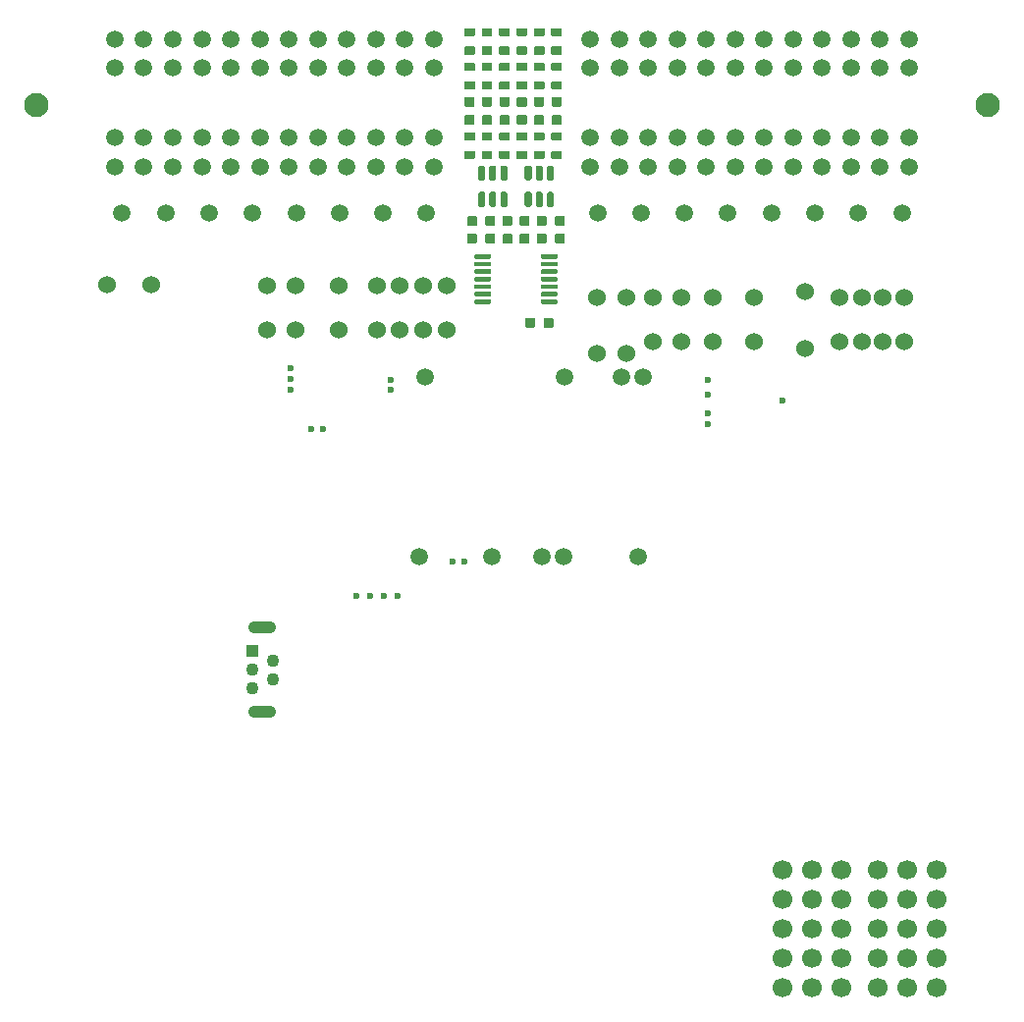
<source format=gbs>
G04 #@! TF.GenerationSoftware,KiCad,Pcbnew,7.0.7-7.0.7~ubuntu22.04.1*
G04 #@! TF.CreationDate,2023-09-10T07:26:43+00:00*
G04 #@! TF.ProjectId,hellen-112-17,68656c6c-656e-42d3-9131-322d31372e6b,B*
G04 #@! TF.SameCoordinates,Original*
G04 #@! TF.FileFunction,Soldermask,Bot*
G04 #@! TF.FilePolarity,Negative*
%FSLAX46Y46*%
G04 Gerber Fmt 4.6, Leading zero omitted, Abs format (unit mm)*
G04 Created by KiCad (PCBNEW 7.0.7-7.0.7~ubuntu22.04.1) date 2023-09-10 07:26:43*
%MOMM*%
%LPD*%
G01*
G04 APERTURE LIST*
%ADD10C,2.100000*%
%ADD11C,1.500000*%
%ADD12C,1.524000*%
%ADD13C,1.700000*%
%ADD14R,1.100000X1.100000*%
%ADD15C,1.100000*%
%ADD16O,2.400000X1.100000*%
%ADD17C,0.600000*%
%ADD18C,0.599999*%
G04 APERTURE END LIST*
D10*
G04 #@! TO.C,J1*
X2154267Y84016479D03*
X84154267Y84016479D03*
D11*
X77404267Y89716479D03*
X74904267Y89716479D03*
X72404267Y89716479D03*
X69904267Y89716479D03*
X67404267Y89716479D03*
X64904267Y89716479D03*
X62404267Y89716479D03*
X59904267Y89716479D03*
X57404267Y89716479D03*
X54904267Y89716479D03*
X52404267Y89716479D03*
X49904267Y89716479D03*
X77404267Y87216479D03*
X74904267Y87216479D03*
X72404267Y87216479D03*
X69904267Y87216479D03*
X67404267Y87216479D03*
X64904267Y87216479D03*
X62404267Y87216479D03*
X59904267Y87216479D03*
X57404267Y87216479D03*
X54904267Y87216479D03*
X52404267Y87216479D03*
X49904267Y87216479D03*
X77404267Y81216479D03*
X74904267Y81216479D03*
X72404267Y81216479D03*
X69904267Y81216479D03*
X67404267Y81216479D03*
X64904267Y81216479D03*
X62404267Y81216479D03*
X59904267Y81216479D03*
X57404267Y81216479D03*
X54904267Y81216479D03*
X52404267Y81216479D03*
X49904267Y81216479D03*
X77404267Y78716479D03*
X74904267Y78716479D03*
X72404267Y78716479D03*
X69904267Y78716479D03*
X67404267Y78716479D03*
X64904267Y78716479D03*
X62404267Y78716479D03*
X59904267Y78716479D03*
X57404267Y78716479D03*
X54904267Y78716479D03*
X52404267Y78716479D03*
X49904267Y78716479D03*
X76779267Y74716479D03*
X73029267Y74716479D03*
X69279267Y74716479D03*
X65529267Y74716479D03*
X61779267Y74716479D03*
X58029267Y74716479D03*
X54279267Y74716479D03*
X50529267Y74716479D03*
X36404267Y89716479D03*
X33904267Y89716479D03*
X31404267Y89716479D03*
X28904267Y89716479D03*
X26404267Y89716479D03*
X23904267Y89716479D03*
X21404267Y89716479D03*
X18904267Y89716479D03*
X16404267Y89716479D03*
X13904267Y89716479D03*
X11404267Y89716479D03*
X8904267Y89716479D03*
X36404267Y87216479D03*
X33904267Y87216479D03*
X31404267Y87216479D03*
X28904267Y87216479D03*
X26404267Y87216479D03*
X23904267Y87216479D03*
X21404267Y87216479D03*
X18904267Y87216479D03*
X16404267Y87216479D03*
X13904267Y87216479D03*
X11404267Y87216479D03*
X8904267Y87216479D03*
X36404267Y81216479D03*
X33904267Y81216479D03*
X31404267Y81216479D03*
X28904267Y81216479D03*
X26404267Y81216479D03*
X23904267Y81216479D03*
X21404267Y81216479D03*
X18904267Y81216479D03*
X16404267Y81216479D03*
X13904267Y81216479D03*
X11404267Y81216479D03*
X8904267Y81216479D03*
X36404267Y78716479D03*
X33904267Y78716479D03*
X31404267Y78716479D03*
X28904267Y78716479D03*
X26404267Y78716479D03*
X23904267Y78716479D03*
X21404267Y78716479D03*
X18904267Y78716479D03*
X16404267Y78716479D03*
X13904267Y78716479D03*
X11404267Y78716479D03*
X8904267Y78716479D03*
X35779267Y74716479D03*
X32029267Y74716479D03*
X28279267Y74716479D03*
X24529267Y74716479D03*
X20779267Y74716479D03*
X17029267Y74716479D03*
X13279267Y74716479D03*
X9529267Y74716479D03*
G04 #@! TD*
D12*
G04 #@! TO.C,R13*
X33500000Y68405000D03*
X33500000Y64595000D03*
G04 #@! TD*
D13*
G04 #@! TO.C,G2*
X74692000Y7880000D03*
X74692000Y10420000D03*
X74692000Y12960000D03*
X74692000Y15500000D03*
X74692000Y18040000D03*
X77232000Y7880000D03*
X77232000Y10420000D03*
X77232000Y12960000D03*
X77232000Y15500000D03*
X77232000Y18040000D03*
X79772000Y7880000D03*
X79772000Y10420000D03*
X79772000Y12960000D03*
X79772000Y15500000D03*
X79772000Y18040000D03*
G04 #@! TD*
D12*
G04 #@! TO.C,R11*
X8190000Y68500000D03*
X12000000Y68500000D03*
G04 #@! TD*
G04 #@! TO.C,R14*
X31500000Y68405000D03*
X31500000Y64595000D03*
G04 #@! TD*
G04 #@! TO.C,R12*
X22000000Y68405000D03*
X22000000Y64595000D03*
G04 #@! TD*
G04 #@! TO.C,F2*
X53000000Y67450000D03*
X53000000Y62550000D03*
G04 #@! TD*
G04 #@! TO.C,R15*
X28250000Y68405000D03*
X28250000Y64595000D03*
G04 #@! TD*
G04 #@! TO.C,F1*
X68400000Y67950000D03*
X68400000Y63050000D03*
G04 #@! TD*
G04 #@! TO.C,F3*
X50500000Y67450000D03*
X50500000Y62550000D03*
G04 #@! TD*
G04 #@! TO.C,R1*
X64000000Y67405000D03*
X64000000Y63595000D03*
G04 #@! TD*
D13*
G04 #@! TO.C,G1*
X66460000Y7880000D03*
X66460000Y10420000D03*
X66460000Y12960000D03*
X66460000Y15500000D03*
X66460000Y18040000D03*
X69000000Y7880000D03*
X69000000Y10420000D03*
X69000000Y12960000D03*
X69000000Y15500000D03*
X69000000Y18040000D03*
X71540000Y7880000D03*
X71540000Y10420000D03*
X71540000Y12960000D03*
X71540000Y15500000D03*
X71540000Y18040000D03*
G04 #@! TD*
D12*
G04 #@! TO.C,R9*
X37500000Y68405000D03*
X37500000Y64595000D03*
G04 #@! TD*
G04 #@! TO.C,R6*
X77000000Y67405000D03*
X77000000Y63595000D03*
G04 #@! TD*
D14*
G04 #@! TO.C,J2*
X20750000Y36900000D03*
D15*
X22500000Y36100000D03*
X20750000Y35300000D03*
X22500000Y34500000D03*
X20750000Y33700000D03*
D16*
X21625000Y38950000D03*
X21625000Y31650000D03*
G04 #@! TD*
D17*
G04 #@! TO.C,M3*
X24025000Y59425001D03*
X24025000Y60375001D03*
X24025000Y61324999D03*
X32725000Y60325001D03*
X32725000Y59425001D03*
G04 #@! TD*
D12*
G04 #@! TO.C,R4*
X71400000Y67405000D03*
X71400000Y63595000D03*
G04 #@! TD*
G04 #@! TO.C,R8*
X73300000Y67405000D03*
X73300000Y63595000D03*
G04 #@! TD*
G04 #@! TO.C,R10*
X35500000Y68405000D03*
X35500000Y64595000D03*
G04 #@! TD*
D17*
G04 #@! TO.C,M2*
X30925000Y41675000D03*
X29725000Y41675000D03*
X32125000Y41675000D03*
X33325000Y41675000D03*
X26865000Y56100000D03*
X25865000Y56100000D03*
G04 #@! TD*
D12*
G04 #@! TO.C,R7*
X75100000Y67405000D03*
X75100000Y63595000D03*
G04 #@! TD*
G04 #@! TO.C,R16*
X24500000Y68405000D03*
X24500000Y64595000D03*
G04 #@! TD*
D11*
G04 #@! TO.C,M1*
X54024999Y45075005D03*
X47625002Y45075005D03*
X45724999Y45075005D03*
X41424999Y45075005D03*
D17*
X39025002Y44625006D03*
X38025001Y44625006D03*
D11*
X35174999Y45075005D03*
X54475001Y60575002D03*
X52625002Y60575002D03*
X47674999Y60575002D03*
X35625001Y60575002D03*
G04 #@! TD*
D12*
G04 #@! TO.C,R5*
X57800000Y67405000D03*
X57800000Y63595000D03*
G04 #@! TD*
G04 #@! TO.C,R2*
X60500000Y67405000D03*
X60500000Y63595000D03*
G04 #@! TD*
G04 #@! TO.C,R3*
X55300000Y67405000D03*
X55300000Y63595000D03*
G04 #@! TD*
D18*
G04 #@! TO.C,M5*
X66500000Y58500000D03*
X60075001Y60329993D03*
X60075001Y59054995D03*
X60075001Y57405006D03*
X60075001Y56504995D03*
G04 #@! TD*
G04 #@! TO.C,R49*
G36*
G01*
X43610000Y87650000D02*
X44390000Y87650000D01*
G75*
G02*
X44460000Y87580000I0J-70000D01*
G01*
X44460000Y87020000D01*
G75*
G02*
X44390000Y86950000I-70000J0D01*
G01*
X43610000Y86950000D01*
G75*
G02*
X43540000Y87020000I0J70000D01*
G01*
X43540000Y87580000D01*
G75*
G02*
X43610000Y87650000I70000J0D01*
G01*
G37*
G36*
G01*
X43610000Y86050000D02*
X44390000Y86050000D01*
G75*
G02*
X44460000Y85980000I0J-70000D01*
G01*
X44460000Y85420000D01*
G75*
G02*
X44390000Y85350000I-70000J0D01*
G01*
X43610000Y85350000D01*
G75*
G02*
X43540000Y85420000I0J70000D01*
G01*
X43540000Y85980000D01*
G75*
G02*
X43610000Y86050000I70000J0D01*
G01*
G37*
G04 #@! TD*
G04 #@! TO.C,C16*
G36*
G01*
X39160000Y84715001D02*
X39840000Y84715001D01*
G75*
G02*
X39925000Y84630001I0J-85000D01*
G01*
X39925000Y83950001D01*
G75*
G02*
X39840000Y83865001I-85000J0D01*
G01*
X39160000Y83865001D01*
G75*
G02*
X39075000Y83950001I0J85000D01*
G01*
X39075000Y84630001D01*
G75*
G02*
X39160000Y84715001I85000J0D01*
G01*
G37*
G36*
G01*
X39160000Y83134999D02*
X39840000Y83134999D01*
G75*
G02*
X39925000Y83049999I0J-85000D01*
G01*
X39925000Y82369999D01*
G75*
G02*
X39840000Y82284999I-85000J0D01*
G01*
X39160000Y82284999D01*
G75*
G02*
X39075000Y82369999I0J85000D01*
G01*
X39075000Y83049999D01*
G75*
G02*
X39160000Y83134999I85000J0D01*
G01*
G37*
G04 #@! TD*
G04 #@! TO.C,C17*
G36*
G01*
X42160000Y84715001D02*
X42840000Y84715001D01*
G75*
G02*
X42925000Y84630001I0J-85000D01*
G01*
X42925000Y83950001D01*
G75*
G02*
X42840000Y83865001I-85000J0D01*
G01*
X42160000Y83865001D01*
G75*
G02*
X42075000Y83950001I0J85000D01*
G01*
X42075000Y84630001D01*
G75*
G02*
X42160000Y84715001I85000J0D01*
G01*
G37*
G36*
G01*
X42160000Y83134999D02*
X42840000Y83134999D01*
G75*
G02*
X42925000Y83049999I0J-85000D01*
G01*
X42925000Y82369999D01*
G75*
G02*
X42840000Y82284999I-85000J0D01*
G01*
X42160000Y82284999D01*
G75*
G02*
X42075000Y82369999I0J85000D01*
G01*
X42075000Y83049999D01*
G75*
G02*
X42160000Y83134999I85000J0D01*
G01*
G37*
G04 #@! TD*
G04 #@! TO.C,R48*
G36*
G01*
X44390000Y79350000D02*
X43610000Y79350000D01*
G75*
G02*
X43540000Y79420000I0J70000D01*
G01*
X43540000Y79980000D01*
G75*
G02*
X43610000Y80050000I70000J0D01*
G01*
X44390000Y80050000D01*
G75*
G02*
X44460000Y79980000I0J-70000D01*
G01*
X44460000Y79420000D01*
G75*
G02*
X44390000Y79350000I-70000J0D01*
G01*
G37*
G36*
G01*
X44390000Y80950000D02*
X43610000Y80950000D01*
G75*
G02*
X43540000Y81020000I0J70000D01*
G01*
X43540000Y81580000D01*
G75*
G02*
X43610000Y81650000I70000J0D01*
G01*
X44390000Y81650000D01*
G75*
G02*
X44460000Y81580000I0J-70000D01*
G01*
X44460000Y81020000D01*
G75*
G02*
X44390000Y80950000I-70000J0D01*
G01*
G37*
G04 #@! TD*
G04 #@! TO.C,C18*
G36*
G01*
X40660000Y84715001D02*
X41340000Y84715001D01*
G75*
G02*
X41425000Y84630001I0J-85000D01*
G01*
X41425000Y83950001D01*
G75*
G02*
X41340000Y83865001I-85000J0D01*
G01*
X40660000Y83865001D01*
G75*
G02*
X40575000Y83950001I0J85000D01*
G01*
X40575000Y84630001D01*
G75*
G02*
X40660000Y84715001I85000J0D01*
G01*
G37*
G36*
G01*
X40660000Y83134999D02*
X41340000Y83134999D01*
G75*
G02*
X41425000Y83049999I0J-85000D01*
G01*
X41425000Y82369999D01*
G75*
G02*
X41340000Y82284999I-85000J0D01*
G01*
X40660000Y82284999D01*
G75*
G02*
X40575000Y82369999I0J85000D01*
G01*
X40575000Y83049999D01*
G75*
G02*
X40660000Y83134999I85000J0D01*
G01*
G37*
G04 #@! TD*
G04 #@! TO.C,R29*
G36*
G01*
X45110000Y87650000D02*
X45890000Y87650000D01*
G75*
G02*
X45960000Y87580000I0J-70000D01*
G01*
X45960000Y87020000D01*
G75*
G02*
X45890000Y86950000I-70000J0D01*
G01*
X45110000Y86950000D01*
G75*
G02*
X45040000Y87020000I0J70000D01*
G01*
X45040000Y87580000D01*
G75*
G02*
X45110000Y87650000I70000J0D01*
G01*
G37*
G36*
G01*
X45110000Y86050000D02*
X45890000Y86050000D01*
G75*
G02*
X45960000Y85980000I0J-70000D01*
G01*
X45960000Y85420000D01*
G75*
G02*
X45890000Y85350000I-70000J0D01*
G01*
X45110000Y85350000D01*
G75*
G02*
X45040000Y85420000I0J70000D01*
G01*
X45040000Y85980000D01*
G75*
G02*
X45110000Y86050000I70000J0D01*
G01*
G37*
G04 #@! TD*
G04 #@! TO.C,U2*
G36*
G01*
X39900000Y66950000D02*
X39900000Y67150000D01*
G75*
G02*
X40000000Y67250000I100000J0D01*
G01*
X41275000Y67250000D01*
G75*
G02*
X41375000Y67150000I0J-100000D01*
G01*
X41375000Y66950000D01*
G75*
G02*
X41275000Y66850000I-100000J0D01*
G01*
X40000000Y66850000D01*
G75*
G02*
X39900000Y66950000I0J100000D01*
G01*
G37*
G36*
G01*
X39900000Y67600000D02*
X39900000Y67800000D01*
G75*
G02*
X40000000Y67900000I100000J0D01*
G01*
X41275000Y67900000D01*
G75*
G02*
X41375000Y67800000I0J-100000D01*
G01*
X41375000Y67600000D01*
G75*
G02*
X41275000Y67500000I-100000J0D01*
G01*
X40000000Y67500000D01*
G75*
G02*
X39900000Y67600000I0J100000D01*
G01*
G37*
G36*
G01*
X39900000Y68250000D02*
X39900000Y68450000D01*
G75*
G02*
X40000000Y68550000I100000J0D01*
G01*
X41275000Y68550000D01*
G75*
G02*
X41375000Y68450000I0J-100000D01*
G01*
X41375000Y68250000D01*
G75*
G02*
X41275000Y68150000I-100000J0D01*
G01*
X40000000Y68150000D01*
G75*
G02*
X39900000Y68250000I0J100000D01*
G01*
G37*
G36*
G01*
X39900000Y68900000D02*
X39900000Y69100000D01*
G75*
G02*
X40000000Y69200000I100000J0D01*
G01*
X41275000Y69200000D01*
G75*
G02*
X41375000Y69100000I0J-100000D01*
G01*
X41375000Y68900000D01*
G75*
G02*
X41275000Y68800000I-100000J0D01*
G01*
X40000000Y68800000D01*
G75*
G02*
X39900000Y68900000I0J100000D01*
G01*
G37*
G36*
G01*
X39900000Y69550000D02*
X39900000Y69750000D01*
G75*
G02*
X40000000Y69850000I100000J0D01*
G01*
X41275000Y69850000D01*
G75*
G02*
X41375000Y69750000I0J-100000D01*
G01*
X41375000Y69550000D01*
G75*
G02*
X41275000Y69450000I-100000J0D01*
G01*
X40000000Y69450000D01*
G75*
G02*
X39900000Y69550000I0J100000D01*
G01*
G37*
G36*
G01*
X39900000Y70200000D02*
X39900000Y70400000D01*
G75*
G02*
X40000000Y70500000I100000J0D01*
G01*
X41275000Y70500000D01*
G75*
G02*
X41375000Y70400000I0J-100000D01*
G01*
X41375000Y70200000D01*
G75*
G02*
X41275000Y70100000I-100000J0D01*
G01*
X40000000Y70100000D01*
G75*
G02*
X39900000Y70200000I0J100000D01*
G01*
G37*
G36*
G01*
X39900000Y70850000D02*
X39900000Y71050000D01*
G75*
G02*
X40000000Y71150000I100000J0D01*
G01*
X41275000Y71150000D01*
G75*
G02*
X41375000Y71050000I0J-100000D01*
G01*
X41375000Y70850000D01*
G75*
G02*
X41275000Y70750000I-100000J0D01*
G01*
X40000000Y70750000D01*
G75*
G02*
X39900000Y70850000I0J100000D01*
G01*
G37*
G36*
G01*
X45625000Y70850000D02*
X45625000Y71050000D01*
G75*
G02*
X45725000Y71150000I100000J0D01*
G01*
X47000000Y71150000D01*
G75*
G02*
X47100000Y71050000I0J-100000D01*
G01*
X47100000Y70850000D01*
G75*
G02*
X47000000Y70750000I-100000J0D01*
G01*
X45725000Y70750000D01*
G75*
G02*
X45625000Y70850000I0J100000D01*
G01*
G37*
G36*
G01*
X45625000Y70200000D02*
X45625000Y70400000D01*
G75*
G02*
X45725000Y70500000I100000J0D01*
G01*
X47000000Y70500000D01*
G75*
G02*
X47100000Y70400000I0J-100000D01*
G01*
X47100000Y70200000D01*
G75*
G02*
X47000000Y70100000I-100000J0D01*
G01*
X45725000Y70100000D01*
G75*
G02*
X45625000Y70200000I0J100000D01*
G01*
G37*
G36*
G01*
X45625000Y69550000D02*
X45625000Y69750000D01*
G75*
G02*
X45725000Y69850000I100000J0D01*
G01*
X47000000Y69850000D01*
G75*
G02*
X47100000Y69750000I0J-100000D01*
G01*
X47100000Y69550000D01*
G75*
G02*
X47000000Y69450000I-100000J0D01*
G01*
X45725000Y69450000D01*
G75*
G02*
X45625000Y69550000I0J100000D01*
G01*
G37*
G36*
G01*
X45625000Y68900000D02*
X45625000Y69100000D01*
G75*
G02*
X45725000Y69200000I100000J0D01*
G01*
X47000000Y69200000D01*
G75*
G02*
X47100000Y69100000I0J-100000D01*
G01*
X47100000Y68900000D01*
G75*
G02*
X47000000Y68800000I-100000J0D01*
G01*
X45725000Y68800000D01*
G75*
G02*
X45625000Y68900000I0J100000D01*
G01*
G37*
G36*
G01*
X45625000Y68250000D02*
X45625000Y68450000D01*
G75*
G02*
X45725000Y68550000I100000J0D01*
G01*
X47000000Y68550000D01*
G75*
G02*
X47100000Y68450000I0J-100000D01*
G01*
X47100000Y68250000D01*
G75*
G02*
X47000000Y68150000I-100000J0D01*
G01*
X45725000Y68150000D01*
G75*
G02*
X45625000Y68250000I0J100000D01*
G01*
G37*
G36*
G01*
X45625000Y67600000D02*
X45625000Y67800000D01*
G75*
G02*
X45725000Y67900000I100000J0D01*
G01*
X47000000Y67900000D01*
G75*
G02*
X47100000Y67800000I0J-100000D01*
G01*
X47100000Y67600000D01*
G75*
G02*
X47000000Y67500000I-100000J0D01*
G01*
X45725000Y67500000D01*
G75*
G02*
X45625000Y67600000I0J100000D01*
G01*
G37*
G36*
G01*
X45625000Y66950000D02*
X45625000Y67150000D01*
G75*
G02*
X45725000Y67250000I100000J0D01*
G01*
X47000000Y67250000D01*
G75*
G02*
X47100000Y67150000I0J-100000D01*
G01*
X47100000Y66950000D01*
G75*
G02*
X47000000Y66850000I-100000J0D01*
G01*
X45725000Y66850000D01*
G75*
G02*
X45625000Y66950000I0J100000D01*
G01*
G37*
G04 #@! TD*
G04 #@! TO.C,C25*
G36*
G01*
X44590000Y72034999D02*
X43910000Y72034999D01*
G75*
G02*
X43825000Y72119999I0J85000D01*
G01*
X43825000Y72799999D01*
G75*
G02*
X43910000Y72884999I85000J0D01*
G01*
X44590000Y72884999D01*
G75*
G02*
X44675000Y72799999I0J-85000D01*
G01*
X44675000Y72119999D01*
G75*
G02*
X44590000Y72034999I-85000J0D01*
G01*
G37*
G36*
G01*
X44590000Y73615001D02*
X43910000Y73615001D01*
G75*
G02*
X43825000Y73700001I0J85000D01*
G01*
X43825000Y74380001D01*
G75*
G02*
X43910000Y74465001I85000J0D01*
G01*
X44590000Y74465001D01*
G75*
G02*
X44675000Y74380001I0J-85000D01*
G01*
X44675000Y73700001D01*
G75*
G02*
X44590000Y73615001I-85000J0D01*
G01*
G37*
G04 #@! TD*
G04 #@! TO.C,R32*
G36*
G01*
X41390000Y79350000D02*
X40610000Y79350000D01*
G75*
G02*
X40540000Y79420000I0J70000D01*
G01*
X40540000Y79980000D01*
G75*
G02*
X40610000Y80050000I70000J0D01*
G01*
X41390000Y80050000D01*
G75*
G02*
X41460000Y79980000I0J-70000D01*
G01*
X41460000Y79420000D01*
G75*
G02*
X41390000Y79350000I-70000J0D01*
G01*
G37*
G36*
G01*
X41390000Y80950000D02*
X40610000Y80950000D01*
G75*
G02*
X40540000Y81020000I0J70000D01*
G01*
X40540000Y81580000D01*
G75*
G02*
X40610000Y81650000I70000J0D01*
G01*
X41390000Y81650000D01*
G75*
G02*
X41460000Y81580000I0J-70000D01*
G01*
X41460000Y81020000D01*
G75*
G02*
X41390000Y80950000I-70000J0D01*
G01*
G37*
G04 #@! TD*
G04 #@! TO.C,R30*
G36*
G01*
X39890000Y79350000D02*
X39110000Y79350000D01*
G75*
G02*
X39040000Y79420000I0J70000D01*
G01*
X39040000Y79980000D01*
G75*
G02*
X39110000Y80050000I70000J0D01*
G01*
X39890000Y80050000D01*
G75*
G02*
X39960000Y79980000I0J-70000D01*
G01*
X39960000Y79420000D01*
G75*
G02*
X39890000Y79350000I-70000J0D01*
G01*
G37*
G36*
G01*
X39890000Y80950000D02*
X39110000Y80950000D01*
G75*
G02*
X39040000Y81020000I0J70000D01*
G01*
X39040000Y81580000D01*
G75*
G02*
X39110000Y81650000I70000J0D01*
G01*
X39890000Y81650000D01*
G75*
G02*
X39960000Y81580000I0J-70000D01*
G01*
X39960000Y81020000D01*
G75*
G02*
X39890000Y80950000I-70000J0D01*
G01*
G37*
G04 #@! TD*
G04 #@! TO.C,R43*
G36*
G01*
X45890000Y79350000D02*
X45110000Y79350000D01*
G75*
G02*
X45040000Y79420000I0J70000D01*
G01*
X45040000Y79980000D01*
G75*
G02*
X45110000Y80050000I70000J0D01*
G01*
X45890000Y80050000D01*
G75*
G02*
X45960000Y79980000I0J-70000D01*
G01*
X45960000Y79420000D01*
G75*
G02*
X45890000Y79350000I-70000J0D01*
G01*
G37*
G36*
G01*
X45890000Y80950000D02*
X45110000Y80950000D01*
G75*
G02*
X45040000Y81020000I0J70000D01*
G01*
X45040000Y81580000D01*
G75*
G02*
X45110000Y81650000I70000J0D01*
G01*
X45890000Y81650000D01*
G75*
G02*
X45960000Y81580000I0J-70000D01*
G01*
X45960000Y81020000D01*
G75*
G02*
X45890000Y80950000I-70000J0D01*
G01*
G37*
G04 #@! TD*
G04 #@! TO.C,C15*
G36*
G01*
X43660000Y84715001D02*
X44340000Y84715001D01*
G75*
G02*
X44425000Y84630001I0J-85000D01*
G01*
X44425000Y83950001D01*
G75*
G02*
X44340000Y83865001I-85000J0D01*
G01*
X43660000Y83865001D01*
G75*
G02*
X43575000Y83950001I0J85000D01*
G01*
X43575000Y84630001D01*
G75*
G02*
X43660000Y84715001I85000J0D01*
G01*
G37*
G36*
G01*
X43660000Y83134999D02*
X44340000Y83134999D01*
G75*
G02*
X44425000Y83049999I0J-85000D01*
G01*
X44425000Y82369999D01*
G75*
G02*
X44340000Y82284999I-85000J0D01*
G01*
X43660000Y82284999D01*
G75*
G02*
X43575000Y82369999I0J85000D01*
G01*
X43575000Y83049999D01*
G75*
G02*
X43660000Y83134999I85000J0D01*
G01*
G37*
G04 #@! TD*
G04 #@! TO.C,D11*
G36*
G01*
X46600000Y75200000D02*
X46300000Y75200000D01*
G75*
G02*
X46150000Y75350000I0J150000D01*
G01*
X46150000Y76375000D01*
G75*
G02*
X46300000Y76525000I150000J0D01*
G01*
X46600000Y76525000D01*
G75*
G02*
X46750000Y76375000I0J-150000D01*
G01*
X46750000Y75350000D01*
G75*
G02*
X46600000Y75200000I-150000J0D01*
G01*
G37*
G36*
G01*
X45650000Y75200000D02*
X45350000Y75200000D01*
G75*
G02*
X45200000Y75350000I0J150000D01*
G01*
X45200000Y76375000D01*
G75*
G02*
X45350000Y76525000I150000J0D01*
G01*
X45650000Y76525000D01*
G75*
G02*
X45800000Y76375000I0J-150000D01*
G01*
X45800000Y75350000D01*
G75*
G02*
X45650000Y75200000I-150000J0D01*
G01*
G37*
G36*
G01*
X44700000Y75200000D02*
X44400000Y75200000D01*
G75*
G02*
X44250000Y75350000I0J150000D01*
G01*
X44250000Y76375000D01*
G75*
G02*
X44400000Y76525000I150000J0D01*
G01*
X44700000Y76525000D01*
G75*
G02*
X44850000Y76375000I0J-150000D01*
G01*
X44850000Y75350000D01*
G75*
G02*
X44700000Y75200000I-150000J0D01*
G01*
G37*
G36*
G01*
X44700000Y77475000D02*
X44400000Y77475000D01*
G75*
G02*
X44250000Y77625000I0J150000D01*
G01*
X44250000Y78650000D01*
G75*
G02*
X44400000Y78800000I150000J0D01*
G01*
X44700000Y78800000D01*
G75*
G02*
X44850000Y78650000I0J-150000D01*
G01*
X44850000Y77625000D01*
G75*
G02*
X44700000Y77475000I-150000J0D01*
G01*
G37*
G36*
G01*
X45650000Y77475000D02*
X45350000Y77475000D01*
G75*
G02*
X45200000Y77625000I0J150000D01*
G01*
X45200000Y78650000D01*
G75*
G02*
X45350000Y78800000I150000J0D01*
G01*
X45650000Y78800000D01*
G75*
G02*
X45800000Y78650000I0J-150000D01*
G01*
X45800000Y77625000D01*
G75*
G02*
X45650000Y77475000I-150000J0D01*
G01*
G37*
G36*
G01*
X46600000Y77475000D02*
X46300000Y77475000D01*
G75*
G02*
X46150000Y77625000I0J150000D01*
G01*
X46150000Y78650000D01*
G75*
G02*
X46300000Y78800000I150000J0D01*
G01*
X46600000Y78800000D01*
G75*
G02*
X46750000Y78650000I0J-150000D01*
G01*
X46750000Y77625000D01*
G75*
G02*
X46600000Y77475000I-150000J0D01*
G01*
G37*
G04 #@! TD*
G04 #@! TO.C,C23*
G36*
G01*
X41715001Y72840000D02*
X41715001Y72160000D01*
G75*
G02*
X41630001Y72075000I-85000J0D01*
G01*
X40950001Y72075000D01*
G75*
G02*
X40865001Y72160000I0J85000D01*
G01*
X40865001Y72840000D01*
G75*
G02*
X40950001Y72925000I85000J0D01*
G01*
X41630001Y72925000D01*
G75*
G02*
X41715001Y72840000I0J-85000D01*
G01*
G37*
G36*
G01*
X40134999Y72840000D02*
X40134999Y72160000D01*
G75*
G02*
X40049999Y72075000I-85000J0D01*
G01*
X39369999Y72075000D01*
G75*
G02*
X39284999Y72160000I0J85000D01*
G01*
X39284999Y72840000D01*
G75*
G02*
X39369999Y72925000I85000J0D01*
G01*
X40049999Y72925000D01*
G75*
G02*
X40134999Y72840000I0J-85000D01*
G01*
G37*
G04 #@! TD*
G04 #@! TO.C,R25*
G36*
G01*
X39110000Y87650000D02*
X39890000Y87650000D01*
G75*
G02*
X39960000Y87580000I0J-70000D01*
G01*
X39960000Y87020000D01*
G75*
G02*
X39890000Y86950000I-70000J0D01*
G01*
X39110000Y86950000D01*
G75*
G02*
X39040000Y87020000I0J70000D01*
G01*
X39040000Y87580000D01*
G75*
G02*
X39110000Y87650000I70000J0D01*
G01*
G37*
G36*
G01*
X39110000Y86050000D02*
X39890000Y86050000D01*
G75*
G02*
X39960000Y85980000I0J-70000D01*
G01*
X39960000Y85420000D01*
G75*
G02*
X39890000Y85350000I-70000J0D01*
G01*
X39110000Y85350000D01*
G75*
G02*
X39040000Y85420000I0J70000D01*
G01*
X39040000Y85980000D01*
G75*
G02*
X39110000Y86050000I70000J0D01*
G01*
G37*
G04 #@! TD*
G04 #@! TO.C,C19*
G36*
G01*
X46660000Y84715001D02*
X47340000Y84715001D01*
G75*
G02*
X47425000Y84630001I0J-85000D01*
G01*
X47425000Y83950001D01*
G75*
G02*
X47340000Y83865001I-85000J0D01*
G01*
X46660000Y83865001D01*
G75*
G02*
X46575000Y83950001I0J85000D01*
G01*
X46575000Y84630001D01*
G75*
G02*
X46660000Y84715001I85000J0D01*
G01*
G37*
G36*
G01*
X46660000Y83134999D02*
X47340000Y83134999D01*
G75*
G02*
X47425000Y83049999I0J-85000D01*
G01*
X47425000Y82369999D01*
G75*
G02*
X47340000Y82284999I-85000J0D01*
G01*
X46660000Y82284999D01*
G75*
G02*
X46575000Y82369999I0J85000D01*
G01*
X46575000Y83049999D01*
G75*
G02*
X46660000Y83134999I85000J0D01*
G01*
G37*
G04 #@! TD*
G04 #@! TO.C,R21*
G36*
G01*
X39110954Y90650000D02*
X39890954Y90650000D01*
G75*
G02*
X39960954Y90580000I0J-70000D01*
G01*
X39960954Y90020000D01*
G75*
G02*
X39890954Y89950000I-70000J0D01*
G01*
X39110954Y89950000D01*
G75*
G02*
X39040954Y90020000I0J70000D01*
G01*
X39040954Y90580000D01*
G75*
G02*
X39110954Y90650000I70000J0D01*
G01*
G37*
G36*
G01*
X39110954Y89050000D02*
X39890954Y89050000D01*
G75*
G02*
X39960954Y88980000I0J-70000D01*
G01*
X39960954Y88420000D01*
G75*
G02*
X39890954Y88350000I-70000J0D01*
G01*
X39110954Y88350000D01*
G75*
G02*
X39040954Y88420000I0J70000D01*
G01*
X39040954Y88980000D01*
G75*
G02*
X39110954Y89050000I70000J0D01*
G01*
G37*
G04 #@! TD*
G04 #@! TO.C,C21*
G36*
G01*
X44284999Y64910000D02*
X44284999Y65590000D01*
G75*
G02*
X44369999Y65675000I85000J0D01*
G01*
X45049999Y65675000D01*
G75*
G02*
X45134999Y65590000I0J-85000D01*
G01*
X45134999Y64910000D01*
G75*
G02*
X45049999Y64825000I-85000J0D01*
G01*
X44369999Y64825000D01*
G75*
G02*
X44284999Y64910000I0J85000D01*
G01*
G37*
G36*
G01*
X45865001Y64910000D02*
X45865001Y65590000D01*
G75*
G02*
X45950001Y65675000I85000J0D01*
G01*
X46630001Y65675000D01*
G75*
G02*
X46715001Y65590000I0J-85000D01*
G01*
X46715001Y64910000D01*
G75*
G02*
X46630001Y64825000I-85000J0D01*
G01*
X45950001Y64825000D01*
G75*
G02*
X45865001Y64910000I0J85000D01*
G01*
G37*
G04 #@! TD*
G04 #@! TO.C,R26*
G36*
G01*
X42110000Y87650000D02*
X42890000Y87650000D01*
G75*
G02*
X42960000Y87580000I0J-70000D01*
G01*
X42960000Y87020000D01*
G75*
G02*
X42890000Y86950000I-70000J0D01*
G01*
X42110000Y86950000D01*
G75*
G02*
X42040000Y87020000I0J70000D01*
G01*
X42040000Y87580000D01*
G75*
G02*
X42110000Y87650000I70000J0D01*
G01*
G37*
G36*
G01*
X42110000Y86050000D02*
X42890000Y86050000D01*
G75*
G02*
X42960000Y85980000I0J-70000D01*
G01*
X42960000Y85420000D01*
G75*
G02*
X42890000Y85350000I-70000J0D01*
G01*
X42110000Y85350000D01*
G75*
G02*
X42040000Y85420000I0J70000D01*
G01*
X42040000Y85980000D01*
G75*
G02*
X42110000Y86050000I70000J0D01*
G01*
G37*
G04 #@! TD*
G04 #@! TO.C,C28*
G36*
G01*
X45160000Y84715001D02*
X45840000Y84715001D01*
G75*
G02*
X45925000Y84630001I0J-85000D01*
G01*
X45925000Y83950001D01*
G75*
G02*
X45840000Y83865001I-85000J0D01*
G01*
X45160000Y83865001D01*
G75*
G02*
X45075000Y83950001I0J85000D01*
G01*
X45075000Y84630001D01*
G75*
G02*
X45160000Y84715001I85000J0D01*
G01*
G37*
G36*
G01*
X45160000Y83134999D02*
X45840000Y83134999D01*
G75*
G02*
X45925000Y83049999I0J-85000D01*
G01*
X45925000Y82369999D01*
G75*
G02*
X45840000Y82284999I-85000J0D01*
G01*
X45160000Y82284999D01*
G75*
G02*
X45075000Y82369999I0J85000D01*
G01*
X45075000Y83049999D01*
G75*
G02*
X45160000Y83134999I85000J0D01*
G01*
G37*
G04 #@! TD*
G04 #@! TO.C,R23*
G36*
G01*
X40610000Y90650000D02*
X41390000Y90650000D01*
G75*
G02*
X41460000Y90580000I0J-70000D01*
G01*
X41460000Y90020000D01*
G75*
G02*
X41390000Y89950000I-70000J0D01*
G01*
X40610000Y89950000D01*
G75*
G02*
X40540000Y90020000I0J70000D01*
G01*
X40540000Y90580000D01*
G75*
G02*
X40610000Y90650000I70000J0D01*
G01*
G37*
G36*
G01*
X40610000Y89050000D02*
X41390000Y89050000D01*
G75*
G02*
X41460000Y88980000I0J-70000D01*
G01*
X41460000Y88420000D01*
G75*
G02*
X41390000Y88350000I-70000J0D01*
G01*
X40610000Y88350000D01*
G75*
G02*
X40540000Y88420000I0J70000D01*
G01*
X40540000Y88980000D01*
G75*
G02*
X40610000Y89050000I70000J0D01*
G01*
G37*
G04 #@! TD*
G04 #@! TO.C,C26*
G36*
G01*
X47715001Y74340000D02*
X47715001Y73660000D01*
G75*
G02*
X47630001Y73575000I-85000J0D01*
G01*
X46950001Y73575000D01*
G75*
G02*
X46865001Y73660000I0J85000D01*
G01*
X46865001Y74340000D01*
G75*
G02*
X46950001Y74425000I85000J0D01*
G01*
X47630001Y74425000D01*
G75*
G02*
X47715001Y74340000I0J-85000D01*
G01*
G37*
G36*
G01*
X46134999Y74340000D02*
X46134999Y73660000D01*
G75*
G02*
X46049999Y73575000I-85000J0D01*
G01*
X45369999Y73575000D01*
G75*
G02*
X45284999Y73660000I0J85000D01*
G01*
X45284999Y74340000D01*
G75*
G02*
X45369999Y74425000I85000J0D01*
G01*
X46049999Y74425000D01*
G75*
G02*
X46134999Y74340000I0J-85000D01*
G01*
G37*
G04 #@! TD*
G04 #@! TO.C,R31*
G36*
G01*
X42890000Y79350000D02*
X42110000Y79350000D01*
G75*
G02*
X42040000Y79420000I0J70000D01*
G01*
X42040000Y79980000D01*
G75*
G02*
X42110000Y80050000I70000J0D01*
G01*
X42890000Y80050000D01*
G75*
G02*
X42960000Y79980000I0J-70000D01*
G01*
X42960000Y79420000D01*
G75*
G02*
X42890000Y79350000I-70000J0D01*
G01*
G37*
G36*
G01*
X42890000Y80950000D02*
X42110000Y80950000D01*
G75*
G02*
X42040000Y81020000I0J70000D01*
G01*
X42040000Y81580000D01*
G75*
G02*
X42110000Y81650000I70000J0D01*
G01*
X42890000Y81650000D01*
G75*
G02*
X42960000Y81580000I0J-70000D01*
G01*
X42960000Y81020000D01*
G75*
G02*
X42890000Y80950000I-70000J0D01*
G01*
G37*
G04 #@! TD*
G04 #@! TO.C,C24*
G36*
G01*
X45284999Y72160000D02*
X45284999Y72840000D01*
G75*
G02*
X45369999Y72925000I85000J0D01*
G01*
X46049999Y72925000D01*
G75*
G02*
X46134999Y72840000I0J-85000D01*
G01*
X46134999Y72160000D01*
G75*
G02*
X46049999Y72075000I-85000J0D01*
G01*
X45369999Y72075000D01*
G75*
G02*
X45284999Y72160000I0J85000D01*
G01*
G37*
G36*
G01*
X46865001Y72160000D02*
X46865001Y72840000D01*
G75*
G02*
X46950001Y72925000I85000J0D01*
G01*
X47630001Y72925000D01*
G75*
G02*
X47715001Y72840000I0J-85000D01*
G01*
X47715001Y72160000D01*
G75*
G02*
X47630001Y72075000I-85000J0D01*
G01*
X46950001Y72075000D01*
G75*
G02*
X46865001Y72160000I0J85000D01*
G01*
G37*
G04 #@! TD*
G04 #@! TO.C,D10*
G36*
G01*
X42600000Y75200000D02*
X42300000Y75200000D01*
G75*
G02*
X42150000Y75350000I0J150000D01*
G01*
X42150000Y76375000D01*
G75*
G02*
X42300000Y76525000I150000J0D01*
G01*
X42600000Y76525000D01*
G75*
G02*
X42750000Y76375000I0J-150000D01*
G01*
X42750000Y75350000D01*
G75*
G02*
X42600000Y75200000I-150000J0D01*
G01*
G37*
G36*
G01*
X41650000Y75200000D02*
X41350000Y75200000D01*
G75*
G02*
X41200000Y75350000I0J150000D01*
G01*
X41200000Y76375000D01*
G75*
G02*
X41350000Y76525000I150000J0D01*
G01*
X41650000Y76525000D01*
G75*
G02*
X41800000Y76375000I0J-150000D01*
G01*
X41800000Y75350000D01*
G75*
G02*
X41650000Y75200000I-150000J0D01*
G01*
G37*
G36*
G01*
X40700000Y75200000D02*
X40400000Y75200000D01*
G75*
G02*
X40250000Y75350000I0J150000D01*
G01*
X40250000Y76375000D01*
G75*
G02*
X40400000Y76525000I150000J0D01*
G01*
X40700000Y76525000D01*
G75*
G02*
X40850000Y76375000I0J-150000D01*
G01*
X40850000Y75350000D01*
G75*
G02*
X40700000Y75200000I-150000J0D01*
G01*
G37*
G36*
G01*
X40700000Y77475000D02*
X40400000Y77475000D01*
G75*
G02*
X40250000Y77625000I0J150000D01*
G01*
X40250000Y78650000D01*
G75*
G02*
X40400000Y78800000I150000J0D01*
G01*
X40700000Y78800000D01*
G75*
G02*
X40850000Y78650000I0J-150000D01*
G01*
X40850000Y77625000D01*
G75*
G02*
X40700000Y77475000I-150000J0D01*
G01*
G37*
G36*
G01*
X41650000Y77475000D02*
X41350000Y77475000D01*
G75*
G02*
X41200000Y77625000I0J150000D01*
G01*
X41200000Y78650000D01*
G75*
G02*
X41350000Y78800000I150000J0D01*
G01*
X41650000Y78800000D01*
G75*
G02*
X41800000Y78650000I0J-150000D01*
G01*
X41800000Y77625000D01*
G75*
G02*
X41650000Y77475000I-150000J0D01*
G01*
G37*
G36*
G01*
X42600000Y77475000D02*
X42300000Y77475000D01*
G75*
G02*
X42150000Y77625000I0J150000D01*
G01*
X42150000Y78650000D01*
G75*
G02*
X42300000Y78800000I150000J0D01*
G01*
X42600000Y78800000D01*
G75*
G02*
X42750000Y78650000I0J-150000D01*
G01*
X42750000Y77625000D01*
G75*
G02*
X42600000Y77475000I-150000J0D01*
G01*
G37*
G04 #@! TD*
G04 #@! TO.C,R50*
G36*
G01*
X45110000Y90650000D02*
X45890000Y90650000D01*
G75*
G02*
X45960000Y90580000I0J-70000D01*
G01*
X45960000Y90020000D01*
G75*
G02*
X45890000Y89950000I-70000J0D01*
G01*
X45110000Y89950000D01*
G75*
G02*
X45040000Y90020000I0J70000D01*
G01*
X45040000Y90580000D01*
G75*
G02*
X45110000Y90650000I70000J0D01*
G01*
G37*
G36*
G01*
X45110000Y89050000D02*
X45890000Y89050000D01*
G75*
G02*
X45960000Y88980000I0J-70000D01*
G01*
X45960000Y88420000D01*
G75*
G02*
X45890000Y88350000I-70000J0D01*
G01*
X45110000Y88350000D01*
G75*
G02*
X45040000Y88420000I0J70000D01*
G01*
X45040000Y88980000D01*
G75*
G02*
X45110000Y89050000I70000J0D01*
G01*
G37*
G04 #@! TD*
G04 #@! TO.C,R24*
G36*
G01*
X46610000Y90650000D02*
X47390000Y90650000D01*
G75*
G02*
X47460000Y90580000I0J-70000D01*
G01*
X47460000Y90020000D01*
G75*
G02*
X47390000Y89950000I-70000J0D01*
G01*
X46610000Y89950000D01*
G75*
G02*
X46540000Y90020000I0J70000D01*
G01*
X46540000Y90580000D01*
G75*
G02*
X46610000Y90650000I70000J0D01*
G01*
G37*
G36*
G01*
X46610000Y89050000D02*
X47390000Y89050000D01*
G75*
G02*
X47460000Y88980000I0J-70000D01*
G01*
X47460000Y88420000D01*
G75*
G02*
X47390000Y88350000I-70000J0D01*
G01*
X46610000Y88350000D01*
G75*
G02*
X46540000Y88420000I0J70000D01*
G01*
X46540000Y88980000D01*
G75*
G02*
X46610000Y89050000I70000J0D01*
G01*
G37*
G04 #@! TD*
G04 #@! TO.C,R27*
G36*
G01*
X40610000Y87650000D02*
X41390000Y87650000D01*
G75*
G02*
X41460000Y87580000I0J-70000D01*
G01*
X41460000Y87020000D01*
G75*
G02*
X41390000Y86950000I-70000J0D01*
G01*
X40610000Y86950000D01*
G75*
G02*
X40540000Y87020000I0J70000D01*
G01*
X40540000Y87580000D01*
G75*
G02*
X40610000Y87650000I70000J0D01*
G01*
G37*
G36*
G01*
X40610000Y86050000D02*
X41390000Y86050000D01*
G75*
G02*
X41460000Y85980000I0J-70000D01*
G01*
X41460000Y85420000D01*
G75*
G02*
X41390000Y85350000I-70000J0D01*
G01*
X40610000Y85350000D01*
G75*
G02*
X40540000Y85420000I0J70000D01*
G01*
X40540000Y85980000D01*
G75*
G02*
X40610000Y86050000I70000J0D01*
G01*
G37*
G04 #@! TD*
G04 #@! TO.C,R42*
G36*
G01*
X47390000Y79350000D02*
X46610000Y79350000D01*
G75*
G02*
X46540000Y79420000I0J70000D01*
G01*
X46540000Y79980000D01*
G75*
G02*
X46610000Y80050000I70000J0D01*
G01*
X47390000Y80050000D01*
G75*
G02*
X47460000Y79980000I0J-70000D01*
G01*
X47460000Y79420000D01*
G75*
G02*
X47390000Y79350000I-70000J0D01*
G01*
G37*
G36*
G01*
X47390000Y80950000D02*
X46610000Y80950000D01*
G75*
G02*
X46540000Y81020000I0J70000D01*
G01*
X46540000Y81580000D01*
G75*
G02*
X46610000Y81650000I70000J0D01*
G01*
X47390000Y81650000D01*
G75*
G02*
X47460000Y81580000I0J-70000D01*
G01*
X47460000Y81020000D01*
G75*
G02*
X47390000Y80950000I-70000J0D01*
G01*
G37*
G04 #@! TD*
G04 #@! TO.C,R28*
G36*
G01*
X46610000Y87650000D02*
X47390000Y87650000D01*
G75*
G02*
X47460000Y87580000I0J-70000D01*
G01*
X47460000Y87020000D01*
G75*
G02*
X47390000Y86950000I-70000J0D01*
G01*
X46610000Y86950000D01*
G75*
G02*
X46540000Y87020000I0J70000D01*
G01*
X46540000Y87580000D01*
G75*
G02*
X46610000Y87650000I70000J0D01*
G01*
G37*
G36*
G01*
X46610000Y86050000D02*
X47390000Y86050000D01*
G75*
G02*
X47460000Y85980000I0J-70000D01*
G01*
X47460000Y85420000D01*
G75*
G02*
X47390000Y85350000I-70000J0D01*
G01*
X46610000Y85350000D01*
G75*
G02*
X46540000Y85420000I0J70000D01*
G01*
X46540000Y85980000D01*
G75*
G02*
X46610000Y86050000I70000J0D01*
G01*
G37*
G04 #@! TD*
G04 #@! TO.C,R22*
G36*
G01*
X42110000Y90650000D02*
X42890000Y90650000D01*
G75*
G02*
X42960000Y90580000I0J-70000D01*
G01*
X42960000Y90020000D01*
G75*
G02*
X42890000Y89950000I-70000J0D01*
G01*
X42110000Y89950000D01*
G75*
G02*
X42040000Y90020000I0J70000D01*
G01*
X42040000Y90580000D01*
G75*
G02*
X42110000Y90650000I70000J0D01*
G01*
G37*
G36*
G01*
X42110000Y89050000D02*
X42890000Y89050000D01*
G75*
G02*
X42960000Y88980000I0J-70000D01*
G01*
X42960000Y88420000D01*
G75*
G02*
X42890000Y88350000I-70000J0D01*
G01*
X42110000Y88350000D01*
G75*
G02*
X42040000Y88420000I0J70000D01*
G01*
X42040000Y88980000D01*
G75*
G02*
X42110000Y89050000I70000J0D01*
G01*
G37*
G04 #@! TD*
G04 #@! TO.C,C22*
G36*
G01*
X43090000Y72034999D02*
X42410000Y72034999D01*
G75*
G02*
X42325000Y72119999I0J85000D01*
G01*
X42325000Y72799999D01*
G75*
G02*
X42410000Y72884999I85000J0D01*
G01*
X43090000Y72884999D01*
G75*
G02*
X43175000Y72799999I0J-85000D01*
G01*
X43175000Y72119999D01*
G75*
G02*
X43090000Y72034999I-85000J0D01*
G01*
G37*
G36*
G01*
X43090000Y73615001D02*
X42410000Y73615001D01*
G75*
G02*
X42325000Y73700001I0J85000D01*
G01*
X42325000Y74380001D01*
G75*
G02*
X42410000Y74465001I85000J0D01*
G01*
X43090000Y74465001D01*
G75*
G02*
X43175000Y74380001I0J-85000D01*
G01*
X43175000Y73700001D01*
G75*
G02*
X43090000Y73615001I-85000J0D01*
G01*
G37*
G04 #@! TD*
G04 #@! TO.C,C20*
G36*
G01*
X41715001Y74340000D02*
X41715001Y73660000D01*
G75*
G02*
X41630001Y73575000I-85000J0D01*
G01*
X40950001Y73575000D01*
G75*
G02*
X40865001Y73660000I0J85000D01*
G01*
X40865001Y74340000D01*
G75*
G02*
X40950001Y74425000I85000J0D01*
G01*
X41630001Y74425000D01*
G75*
G02*
X41715001Y74340000I0J-85000D01*
G01*
G37*
G36*
G01*
X40134999Y74340000D02*
X40134999Y73660000D01*
G75*
G02*
X40049999Y73575000I-85000J0D01*
G01*
X39369999Y73575000D01*
G75*
G02*
X39284999Y73660000I0J85000D01*
G01*
X39284999Y74340000D01*
G75*
G02*
X39369999Y74425000I85000J0D01*
G01*
X40049999Y74425000D01*
G75*
G02*
X40134999Y74340000I0J-85000D01*
G01*
G37*
G04 #@! TD*
G04 #@! TO.C,R51*
G36*
G01*
X43610000Y90650000D02*
X44390000Y90650000D01*
G75*
G02*
X44460000Y90580000I0J-70000D01*
G01*
X44460000Y90020000D01*
G75*
G02*
X44390000Y89950000I-70000J0D01*
G01*
X43610000Y89950000D01*
G75*
G02*
X43540000Y90020000I0J70000D01*
G01*
X43540000Y90580000D01*
G75*
G02*
X43610000Y90650000I70000J0D01*
G01*
G37*
G36*
G01*
X43610000Y89050000D02*
X44390000Y89050000D01*
G75*
G02*
X44460000Y88980000I0J-70000D01*
G01*
X44460000Y88420000D01*
G75*
G02*
X44390000Y88350000I-70000J0D01*
G01*
X43610000Y88350000D01*
G75*
G02*
X43540000Y88420000I0J70000D01*
G01*
X43540000Y88980000D01*
G75*
G02*
X43610000Y89050000I70000J0D01*
G01*
G37*
G04 #@! TD*
M02*

</source>
